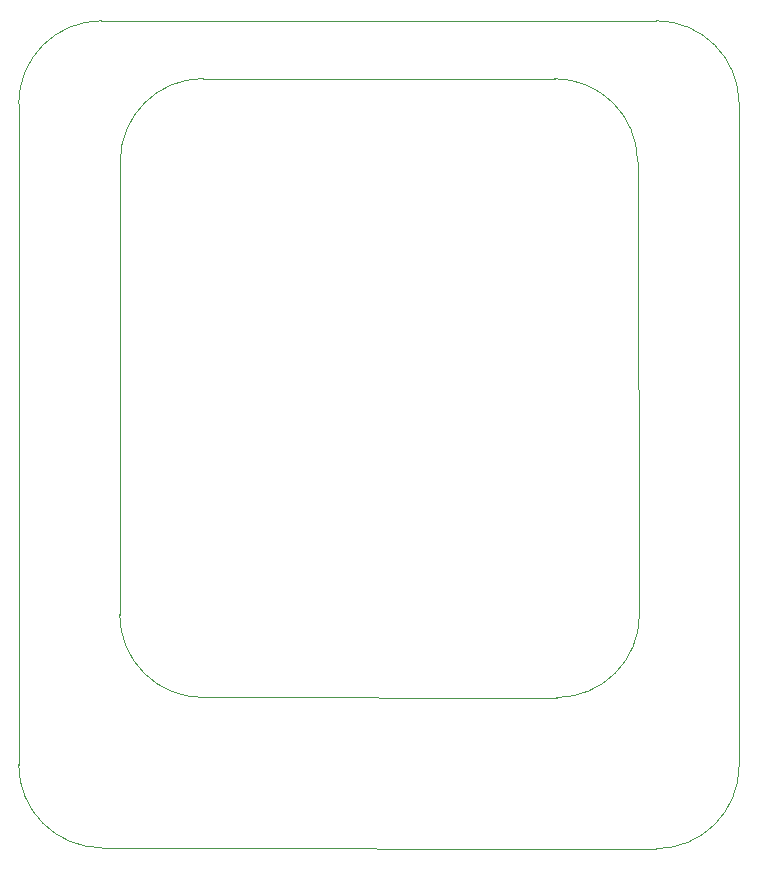
<source format=gm1>
%TF.GenerationSoftware,KiCad,Pcbnew,(6.0.4-0)*%
%TF.CreationDate,2022-04-21T20:04:49-07:00*%
%TF.ProjectId,Labpass RFID Reader - Mez,4c616270-6173-4732-9052-464944205265,0.1.0*%
%TF.SameCoordinates,Original*%
%TF.FileFunction,Profile,NP*%
%FSLAX46Y46*%
G04 Gerber Fmt 4.6, Leading zero omitted, Abs format (unit mm)*
G04 Created by KiCad (PCBNEW (6.0.4-0)) date 2022-04-21 20:04:49*
%MOMM*%
%LPD*%
G01*
G04 APERTURE LIST*
%TA.AperFunction,Profile*%
%ADD10C,0.100000*%
%TD*%
G04 APERTURE END LIST*
D10*
X124648125Y-111797510D02*
X154574972Y-111802500D01*
X109023024Y-117500005D02*
G75*
G03*
X116096222Y-124520005I7037176J17105D01*
G01*
X163009972Y-124600077D02*
G75*
G03*
X170023097Y-117570025I-16972J7030077D01*
G01*
X162993117Y-54500005D02*
X116036222Y-54500005D01*
X161423097Y-66420625D02*
X161588097Y-104772520D01*
X116036222Y-54500017D02*
G75*
G03*
X109023097Y-61529985I16878J-7029983D01*
G01*
X117625000Y-66422491D02*
X117575000Y-104777510D01*
X117575017Y-104777510D02*
G75*
G03*
X124648125Y-111797510I7036983J16910D01*
G01*
X124638125Y-59392520D02*
G75*
G03*
X117625000Y-66422491I16875J-7029980D01*
G01*
X124638125Y-59392511D02*
X154393117Y-59407500D01*
X109023097Y-117500005D02*
X109023097Y-61529985D01*
X170023097Y-117570025D02*
X170023097Y-61513130D01*
X170023075Y-61513130D02*
G75*
G03*
X162993117Y-54500005I-7029975J-16870D01*
G01*
X161423080Y-66420625D02*
G75*
G03*
X154393117Y-59407500I-7029980J-16875D01*
G01*
X154574972Y-111802497D02*
G75*
G03*
X161588097Y-104772520I-16842J7029947D01*
G01*
X163009972Y-124600005D02*
X116096222Y-124520005D01*
M02*

</source>
